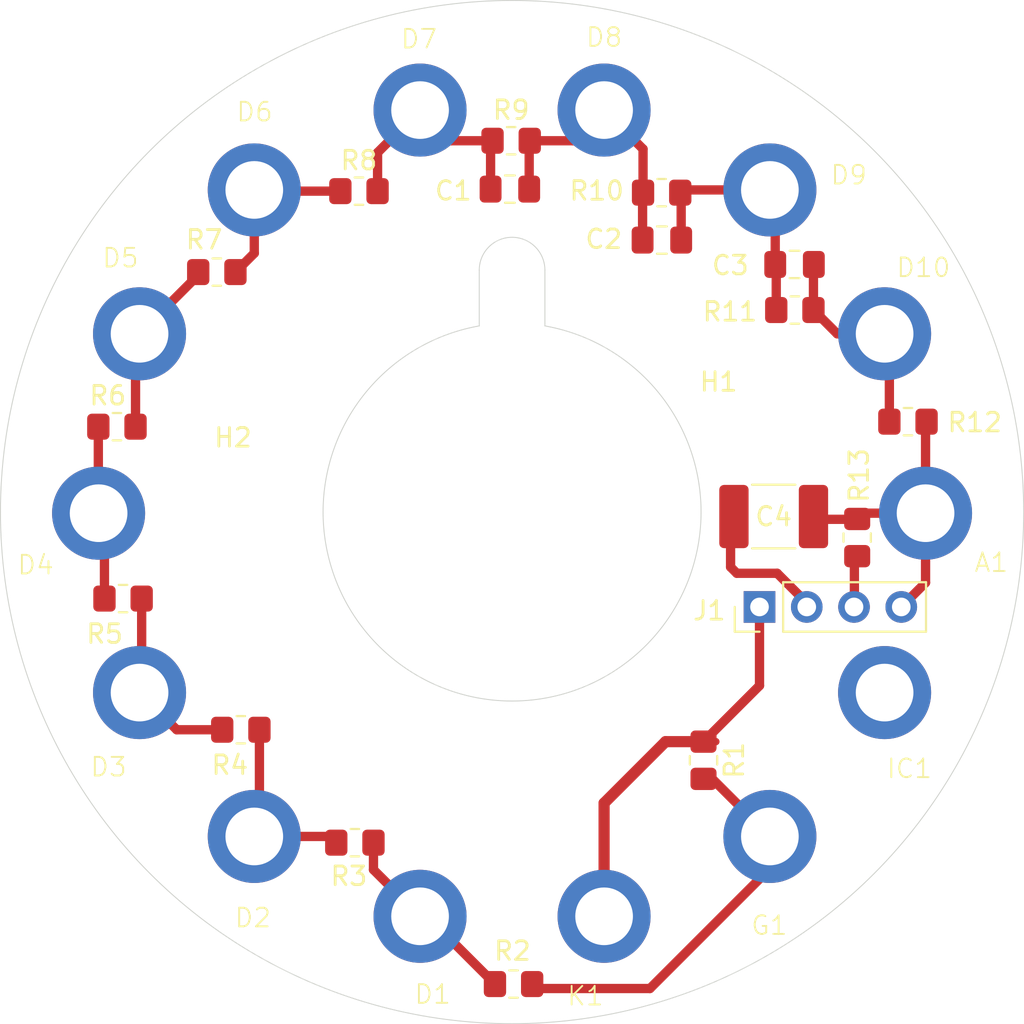
<source format=kicad_pcb>
(kicad_pcb (version 20240108) (generator "pcbnew") (generator_version "8.0")
  (layers (0 "F.Cu" signal) (31 "B.Cu" signal) (34 "B.Paste" user) (35 "F.Paste" user) (36 "B.SilkS" user "B.Silkscreen") (37 "F.SilkS" user "F.Silkscreen") (38 "B.Mask" user) (39 "F.Mask" user) (44 "Edge.Cuts" user))
  (net 0 "")
  (net 1 "Net-(A1-Pin_1)")
  (net 2 "Net-(D7-Pin_1)")
  (net 3 "Net-(D8-Pin_1)")
  (net 4 "Net-(D9-Pin_1)")
  (net 5 "Net-(D10-Pin_1)")
  (net 6 "Net-(J1-SIG)")
  (net 7 "Net-(D1-Pin_1)")
  (net 8 "Net-(D2-Pin_1)")
  (net 9 "Net-(D3-Pin_1)")
  (net 10 "Net-(D4-Pin_1)")
  (net 11 "Net-(D5-Pin_1)")
  (net 12 "Net-(D6-Pin_1)")
  (net 13 "Net-(G1-Pin_1)")
  (net 14 "Net-(J1-GND)")
  (net 15 "Net-(J1-HVL)")
  (footprint "Resistor_SMD:R_0805_2012Metric_Pad1.20x1.40mm_HandSolder" (layer "F.Cu") (at 134.13 87.1)
    (property "Reference" "R7" (at -0.68 -1.74 0) (layer "F.SilkS"))
    (property "Value" "1M" (hide yes))
    (fp_line (start -0.227064 -0.735) (end 0.227064 -0.735) (stroke (width 0.12)) (layer "F.SilkS"))
    (fp_line (start -0.227064 0.735) (end 0.227064 0.735) (stroke (width 0.12)) (layer "F.SilkS"))
    (pad "1" smd roundrect (at -1 0) (size 1.2 1.4) (layers "F.Cu" "F.Paste" "F.Mask") (roundrect_rratio 0.208333) (net 11 "Net-(D5-Pin_1)"))
    (pad "2" smd roundrect (at 1 0) (size 1.2 1.4) (layers "F.Cu" "F.Paste" "F.Mask") (roundrect_rratio 0.208333) (net 12 "Net-(D6-Pin_1)"))
  )
  (footprint "PMT pin:PMT pin" (layer "F.Cu") (at 154.946 78.332)
    (property "Reference" "D8" (at 0.004 -3.852 0) (layer "F.SilkS") (effects (font (thickness 0.1))))
    (property "Value" "D8" (hide yes))
    (pad "1" thru_hole circle (at 0 0.06) (size 5 5) (drill 3.0988) (layers "*.Cu" "*.Mask") (net 3 "Net-(D8-Pin_1)"))
  )
  (footprint "Capacitor_SMD:C_0805_2012Metric_Pad1.18x1.45mm_HandSolder" (layer "F.Cu") (at 165.1825 86.69)
    (property "Reference" "C3" (at -3.4525 0.05 0) (layer "F.SilkS"))
    (property "Value" "10nf" (hide yes))
    (fp_line (start -0.261252 -0.735) (end 0.261252 -0.735) (stroke (width 0.12)) (layer "F.SilkS"))
    (fp_line (start -0.261252 0.735) (end 0.261252 0.735) (stroke (width 0.12)) (layer "F.SilkS"))
    (pad "1" smd roundrect (at -1.0375 0) (size 1.175 1.45) (layers "F.Cu" "F.Paste" "F.Mask") (roundrect_rratio 0.212766) (net 4 "Net-(D9-Pin_1)"))
    (pad "2" smd roundrect (at 1.0375 0) (size 1.175 1.45) (layers "F.Cu" "F.Paste" "F.Mask") (roundrect_rratio 0.212766) (net 5 "Net-(D10-Pin_1)"))
  )
  (footprint "Connector_PinHeader_2.54mm:PinHeader_1x04_P2.54mm_Vertical" (layer "F.Cu") (at 163.3 105.1 90)
    (property "Reference" "J1" (at -0.2 -2.7 180) (layer "F.SilkS"))
    (property "Value" "Conn_01x04_Pin" (hide yes))
    (fp_line (start -1.33 -1.33) (end 0 -1.33) (stroke (width 0.12)) (layer "F.SilkS"))
    (fp_line (start -1.33 0) (end -1.33 -1.33) (stroke (width 0.12)) (layer "F.SilkS"))
    (fp_line (start 1.33 1.27) (end 1.33 8.95) (stroke (width 0.12)) (layer "F.SilkS"))
    (fp_line (start -1.33 1.27) (end 1.33 1.27) (stroke (width 0.12)) (layer "F.SilkS"))
    (fp_line (start -1.33 1.27) (end -1.33 8.95) (stroke (width 0.12)) (layer "F.SilkS"))
    (fp_line (start -1.33 8.95) (end 1.33 8.95) (stroke (width 0.12)) (layer "F.SilkS"))
    (pad "1" thru_hole rect (at 0 0 90) (size 1.7 1.7) (drill 1) (layers "*.Cu" "*.Mask") (net 14 "Net-(J1-GND)"))
    (pad "2" thru_hole oval (at 0 2.54 90) (size 1.7 1.7) (drill 1) (layers "*.Cu" "*.Mask") (net 6 "Net-(J1-SIG)"))
    (pad "3" thru_hole oval (at 0 5.08 90) (size 1.7 1.7) (drill 1) (layers "*.Cu" "*.Mask") (net 15 "Net-(J1-HVL)"))
    (pad "4" thru_hole oval (at 0 7.62 90) (size 1.7 1.7) (drill 1) (layers "*.Cu" "*.Mask") (net 1 "Net-(A1-Pin_1)"))
  )
  (footprint "Resistor_SMD:R_0805_2012Metric_Pad1.20x1.40mm_HandSolder" (layer "F.Cu") (at 160.29 113.34 -90)
    (property "Reference" "R1" (at 0 -1.65 90) (layer "F.SilkS"))
    (property "Value" "1.8M" (hide yes))
    (fp_line (start -0.227064 0.735) (end 0.227064 0.735) (stroke (width 0.12)) (layer "F.SilkS"))
    (fp_line (start -0.227064 -0.735) (end 0.227064 -0.735) (stroke (width 0.12)) (layer "F.SilkS"))
    (pad "1" smd roundrect (at -1 0 270) (size 1.2 1.4) (layers "F.Cu" "F.Paste" "F.Mask") (roundrect_rratio 0.208333) (net 14 "Net-(J1-GND)"))
    (pad "2" smd roundrect (at 1 0 270) (size 1.2 1.4) (layers "F.Cu" "F.Paste" "F.Mask") (roundrect_rratio 0.208333) (net 13 "Net-(G1-Pin_1)"))
  )
  (footprint "Resistor_SMD:R_0805_2012Metric_Pad1.20x1.40mm_HandSolder" (layer "F.Cu") (at 128.76 95.41)
    (property "Reference" "R6" (at -0.49 -1.67 0) (layer "F.SilkS"))
    (property "Value" "1M" (hide yes))
    (fp_line (start -0.227064 -0.735) (end 0.227064 -0.735) (stroke (width 0.12)) (layer "F.SilkS"))
    (fp_line (start -0.227064 0.735) (end 0.227064 0.735) (stroke (width 0.12)) (layer "F.SilkS"))
    (pad "1" smd roundrect (at -1 0) (size 1.2 1.4) (layers "F.Cu" "F.Paste" "F.Mask") (roundrect_rratio 0.208333) (net 10 "Net-(D4-Pin_1)"))
    (pad "2" smd roundrect (at 1 0) (size 1.2 1.4) (layers "F.Cu" "F.Paste" "F.Mask") (roundrect_rratio 0.208333) (net 11 "Net-(D5-Pin_1)"))
  )
  (footprint "Resistor_SMD:R_0805_2012Metric_Pad1.20x1.40mm_HandSolder" (layer "F.Cu") (at 129.09 104.65 180)
    (property "Reference" "R5" (at 0.99 -1.9 0) (layer "F.SilkS"))
    (property "Value" "1M" (hide yes))
    (fp_line (start -0.227064 0.735) (end 0.227064 0.735) (stroke (width 0.12)) (layer "F.SilkS"))
    (fp_line (start -0.227064 -0.735) (end 0.227064 -0.735) (stroke (width 0.12)) (layer "F.SilkS"))
    (pad "1" smd roundrect (at -1 0 180) (size 1.2 1.4) (layers "F.Cu" "F.Paste" "F.Mask") (roundrect_rratio 0.208333) (net 9 "Net-(D3-Pin_1)"))
    (pad "2" smd roundrect (at 1 0 180) (size 1.2 1.4) (layers "F.Cu" "F.Paste" "F.Mask") (roundrect_rratio 0.208333) (net 10 "Net-(D4-Pin_1)"))
  )
  (footprint "PMT pin:PMT pin" (layer "F.Cu") (at 170.024 109.643)
    (property "Reference" "IC1" (at 1.336 4.147 0) (layer "F.SilkS") (effects (font (thickness 0.1))))
    (property "Value" "MountingHole" (hide yes))
    (pad "1" thru_hole circle (at 0 0.06) (size 5 5) (drill 3.0988) (layers "*.Cu" "*.Mask"))
  )
  (footprint "Capacitor_SMD:C_0805_2012Metric_Pad1.18x1.45mm_HandSolder" (layer "F.Cu") (at 158.0525 85.38)
    (property "Reference" "C2" (at -3.1225 -0.05 0) (layer "F.SilkS"))
    (property "Value" "10nf" (hide yes))
    (fp_line (start -0.261252 -0.735) (end 0.261252 -0.735) (stroke (width 0.12)) (layer "F.SilkS"))
    (fp_line (start -0.261252 0.735) (end 0.261252 0.735) (stroke (width 0.12)) (layer "F.SilkS"))
    (pad "1" smd roundrect (at -1.0375 0) (size 1.175 1.45) (layers "F.Cu" "F.Paste" "F.Mask") (roundrect_rratio 0.212766) (net 3 "Net-(D8-Pin_1)"))
    (pad "2" smd roundrect (at 1.0375 0) (size 1.175 1.45) (layers "F.Cu" "F.Paste" "F.Mask") (roundrect_rratio 0.212766) (net 4 "Net-(D9-Pin_1)"))
  )
  (footprint "PMT pin:PMT pin" (layer "F.Cu") (at 163.857 82.624)
    (property "Reference" "D9" (at 4.243 -0.744 0) (layer "F.SilkS") (effects (font (thickness 0.1))))
    (property "Value" "D9" (hide yes))
    (pad "1" thru_hole circle (at 0 0.06) (size 5 5) (drill 3.0988) (layers "*.Cu" "*.Mask") (net 4 "Net-(D9-Pin_1)"))
  )
  (footprint "PMT pin:PMT pin" (layer "F.Cu") (at 129.976 90.357)
    (property "Reference" "D5" (at -1.026 -4.017 0) (layer "F.SilkS") (effects (font (thickness 0.1))))
    (property "Value" "D5" (hide yes))
    (pad "1" thru_hole circle (at 0 0.06) (size 5 5) (drill 3.0988) (layers "*.Cu" "*.Mask") (net 11 "Net-(D5-Pin_1)"))
  )
  (footprint "PMT pin:PMT pin" (layer "F.Cu") (at 136.143 117.376)
    (property "Reference" "D2" (at -0.073 4.434 0) (layer "F.SilkS") (effects (font (thickness 0.1))))
    (property "Value" "D2" (hide yes))
    (pad "1" thru_hole circle (at 0 0.06) (size 5 5) (drill 3.0988) (layers "*.Cu" "*.Mask") (net 8 "Net-(D2-Pin_1)"))
  )
  (footprint "Resistor_SMD:R_0805_2012Metric_Pad1.20x1.40mm_HandSolder" (layer "F.Cu") (at 171.28 95.14)
    (property "Reference" "R12" (at 3.59 0.04 0) (layer "F.SilkS"))
    (property "Value" "1M" (hide yes))
    (fp_line (start -0.227064 -0.735) (end 0.227064 -0.735) (stroke (width 0.12)) (layer "F.SilkS"))
    (fp_line (start -0.227064 0.735) (end 0.227064 0.735) (stroke (width 0.12)) (layer "F.SilkS"))
    (pad "1" smd roundrect (at -1 0) (size 1.2 1.4) (layers "F.Cu" "F.Paste" "F.Mask") (roundrect_rratio 0.208333) (net 5 "Net-(D10-Pin_1)"))
    (pad "2" smd roundrect (at 1 0) (size 1.2 1.4) (layers "F.Cu" "F.Paste" "F.Mask") (roundrect_rratio 0.208333) (net 1 "Net-(A1-Pin_1)"))
  )
  (footprint "Resistor_SMD:R_0805_2012Metric_Pad1.20x1.40mm_HandSolder" (layer "F.Cu") (at 150.08 125.37 180)
    (property "Reference" "R2" (at 0.06 1.78 0) (layer "F.SilkS"))
    (property "Value" "0.2M" (hide yes))
    (fp_line (start -0.227064 0.735) (end 0.227064 0.735) (stroke (width 0.12)) (layer "F.SilkS"))
    (fp_line (start -0.227064 -0.735) (end 0.227064 -0.735) (stroke (width 0.12)) (layer "F.SilkS"))
    (pad "1" smd roundrect (at -1 0 180) (size 1.2 1.4) (layers "F.Cu" "F.Paste" "F.Mask") (roundrect_rratio 0.208333) (net 13 "Net-(G1-Pin_1)"))
    (pad "2" smd roundrect (at 1 0 180) (size 1.2 1.4) (layers "F.Cu" "F.Paste" "F.Mask") (roundrect_rratio 0.208333) (net 7 "Net-(D1-Pin_1)"))
  )
  (footprint "PMT pin:PMT pin" (layer "F.Cu") (at 127.775 100)
    (property "Reference" "D4" (at -3.385 2.84 0) (layer "F.SilkS") (effects (font (thickness 0.1))))
    (property "Value" "D4" (hide yes))
    (pad "1" thru_hole circle (at 0 0.06) (size 5 5) (drill 3.0988) (layers "*.Cu" "*.Mask") (net 10 "Net-(D4-Pin_1)"))
  )
  (footprint "PMT pin:PMT pin" (layer "F.Cu") (at 145.054 78.332)
    (property "Reference" "D7" (at -0.054 -3.762 0) (layer "F.SilkS") (effects (font (thickness 0.1))))
    (property "Value" "D7" (hide yes))
    (pad "1" thru_hole circle (at 0 0.06) (size 5 5) (drill 3.0988) (layers "*.Cu" "*.Mask") (net 2 "Net-(D7-Pin_1)"))
  )
  (footprint "PMT pin:PMT pin" (layer "F.Cu") (at 172.225 100)
    (property "Reference" "A1" (at 3.535 2.71 0) (layer "F.SilkS") (effects (font (thickness 0.1))))
    (property "Value" "A11" (hide yes))
    (pad "1" thru_hole circle (at 0 0.06) (size 5 5) (drill 3.0988) (layers "*.Cu" "*.Mask") (net 1 "Net-(A1-Pin_1)"))
  )
  (footprint "MountingHole:MountingHole_3mm" (layer "F.Cu") (at 165 95)
    (property "Reference" "H1" (at -3.9 -2 0) (layer "F.SilkS"))
    (property "Value" "MountingHole" (hide yes))
    (pad "" np_thru_hole circle (at 0 0) (size 3 3) (drill 3) (layers "*.Cu" "*.Mask"))
  )
  (footprint "Capacitor_SMD:C_1812_4532Metric_Pad1.57x3.40mm_HandSolder" (layer "F.Cu") (at 164.0625 100.24)
    (property "Reference" "C4" (at 0 0 0) (layer "F.SilkS"))
    (property "Value" "1000 pF" (hide yes))
    (fp_line (start -1.161252 -1.71) (end 1.161252 -1.71) (stroke (width 0.12)) (layer "F.SilkS"))
    (fp_line (start -1.161252 1.71) (end 1.161252 1.71) (stroke (width 0.12)) (layer "F.SilkS"))
    (pad "1" smd roundrect (at -2.1375 0) (size 1.575 3.4) (layers "F.Cu" "F.Paste" "F.Mask") (roundrect_rratio 0.15873) (net 6 "Net-(J1-SIG)"))
    (pad "2" smd roundrect (at 2.1375 0) (size 1.575 3.4) (layers "F.Cu" "F.Paste" "F.Mask") (roundrect_rratio 0.15873) (net 1 "Net-(A1-Pin_1)"))
  )
  (footprint "PMT pin:PMT pin" (layer "F.Cu") (at 163.857 117.376)
    (property "Reference" "G1" (at -0.03 4.84 0) (layer "F.SilkS") (effects (font (thickness 0.1))))
    (property "Value" "G13" (hide yes))
    (pad "1" thru_hole circle (at 0 0.06) (size 5 5) (drill 3.0988) (layers "*.Cu" "*.Mask") (net 13 "Net-(G1-Pin_1)"))
  )
  (footprint "Resistor_SMD:R_0805_2012Metric_Pad1.20x1.40mm_HandSolder" (layer "F.Cu") (at 168.55 101.37 -90)
    (property "Reference" "R13" (at -3.34 -0.1 -90) (layer "F.SilkS"))
    (property "Value" "1M" (hide yes))
    (fp_line (start -0.227064 0.735) (end 0.227064 0.735) (stroke (width 0.12)) (layer "F.SilkS"))
    (fp_line (start -0.227064 -0.735) (end 0.227064 -0.735) (stroke (width 0.12)) (layer "F.SilkS"))
    (pad "1" smd roundrect (at -1 0 270) (size 1.2 1.4) (layers "F.Cu" "F.Paste" "F.Mask") (roundrect_rratio 0.208333) (net 1 "Net-(A1-Pin_1)"))
    (pad "2" smd roundrect (at 1 0 270) (size 1.2 1.4) (layers "F.Cu" "F.Paste" "F.Mask") (roundrect_rratio 0.208333) (net 15 "Net-(J1-HVL)"))
  )
  (footprint "Resistor_SMD:R_0805_2012Metric_Pad1.20x1.40mm_HandSolder" (layer "F.Cu") (at 135.42 111.7 180)
    (property "Reference" "R4" (at 0.59 -1.9 0) (layer "F.SilkS"))
    (property "Value" "1M" (hide yes))
    (fp_line (start -0.227064 0.735) (end 0.227064 0.735) (stroke (width 0.12)) (layer "F.SilkS"))
    (fp_line (start -0.227064 -0.735) (end 0.227064 -0.735) (stroke (width 0.12)) (layer "F.SilkS"))
    (pad "1" smd roundrect (at -1 0 180) (size 1.2 1.4) (layers "F.Cu" "F.Paste" "F.Mask") (roundrect_rratio 0.208333) (net 8 "Net-(D2-Pin_1)"))
    (pad "2" smd roundrect (at 1 0 180) (size 1.2 1.4) (layers "F.Cu" "F.Paste" "F.Mask") (roundrect_rratio 0.208333) (net 9 "Net-(D3-Pin_1)"))
  )
  (footprint "PMT pin:PMT pin" (layer "F.Cu") (at 145.054 121.668)
    (property "Reference" "D1" (at 0.676 4.252 0) (layer "F.SilkS") (effects (font (thickness 0.1))))
    (property "Value" "D1" (hide yes))
    (pad "1" thru_hole circle (at 0 0.06) (size 5 5) (drill 3.0988) (layers "*.Cu" "*.Mask") (net 7 "Net-(D1-Pin_1)"))
  )
  (footprint "PMT pin:PMT pin" (layer "F.Cu") (at 154.946 121.668)
    (property "Reference" "K1" (at -1.006 4.342 0) (layer "F.SilkS") (effects (font (thickness 0.1))))
    (property "Value" "K14" (hide yes))
    (pad "1" thru_hole circle (at 0 0.06) (size 5 5) (drill 3.0988) (layers "*.Cu" "*.Mask") (net 14 "Net-(J1-GND)"))
  )
  (footprint "Resistor_SMD:R_0805_2012Metric_Pad1.20x1.40mm_HandSolder" (layer "F.Cu") (at 165.2 89.14)
    (property "Reference" "R11" (at -3.49 0.09 0) (layer "F.SilkS"))
    (property "Value" "1M" (hide yes))
    (fp_line (start -0.227064 -0.735) (end 0.227064 -0.735) (stroke (width 0.12)) (layer "F.SilkS"))
    (fp_line (start -0.227064 0.735) (end 0.227064 0.735) (stroke (width 0.12)) (layer "F.SilkS"))
    (pad "1" smd roundrect (at -1 0) (size 1.2 1.4) (layers "F.Cu" "F.Paste" "F.Mask") (roundrect_rratio 0.208333) (net 4 "Net-(D9-Pin_1)"))
    (pad "2" smd roundrect (at 1 0) (size 1.2 1.4) (layers "F.Cu" "F.Paste" "F.Mask") (roundrect_rratio 0.208333) (net 5 "Net-(D10-Pin_1)"))
  )
  (footprint "PMT pin:PMT pin" (layer "F.Cu") (at 170.024 90.357)
    (property "Reference" "D10" (at 2.086 -3.497 0) (layer "F.SilkS") (effects (font (thickness 0.1))))
    (property "Value" "D10" (hide yes))
    (pad "1" thru_hole circle (at 0 0.06) (size 5 5) (drill 3.0988) (layers "*.Cu" "*.Mask") (net 5 "Net-(D10-Pin_1)"))
  )
  (footprint "Resistor_SMD:R_0805_2012Metric_Pad1.20x1.40mm_HandSolder" (layer "F.Cu") (at 141.55 117.77 180)
    (property "Reference" "R3" (at 0.32 -1.8 0) (layer "F.SilkS"))
    (property "Value" "1M" (hide yes))
    (fp_line (start -0.227064 0.735) (end 0.227064 0.735) (stroke (width 0.12)) (layer "F.SilkS"))
    (fp_line (start -0.227064 -0.735) (end 0.227064 -0.735) (stroke (width 0.12)) (layer "F.SilkS"))
    (pad "1" smd roundrect (at -1 0 180) (size 1.2 1.4) (layers "F.Cu" "F.Paste" "F.Mask") (roundrect_rratio 0.208333) (net 7 "Net-(D1-Pin_1)"))
    (pad "2" smd roundrect (at 1 0 180) (size 1.2 1.4) (layers "F.Cu" "F.Paste" "F.Mask") (roundrect_rratio 0.208333) (net 8 "Net-(D2-Pin_1)"))
  )
  (footprint "PMT pin:center hole" (layer "F.Cu") (at 150 100)
    (property "Reference" "H3" (hide yes))
    (property "Value" "MountingHole" (hide yes))
    (fp_line (start -1.764 -13.006) (end -1.764 -10.006) (stroke (width 0.05)) (layer "Edge.Cuts"))
    (fp_line (start 1.764 -13.006) (end 1.764 -10.006) (stroke (width 0.05)) (layer "Edge.Cuts"))
    (fp_arc (start -1.764 -13.006) (mid 0 -14.77) (end 1.764 -13.006) (stroke (width 0.05)) (layer "Edge.Cuts"))
    (fp_arc (start 1.764 -10.006) (mid 0 10.156614) (end -1.764 -10.006) (stroke (width 0.05)) (layer "Edge.Cuts"))
  )
  (footprint "PMT pin:PMT pin" (layer "F.Cu") (at 136.143 82.624)
    (property "Reference" "D6" (at 0.017 -4.134 0) (layer "F.SilkS") (effects (font (thickness 0.1))))
    (property "Value" "D6" (hide yes))
    (pad "1" thru_hole circle (at 0 0.06) (size 5 5) (drill 3.0988) (layers "*.Cu" "*.Mask") (net 12 "Net-(D6-Pin_1)"))
  )
  (footprint "Resistor_SMD:R_0805_2012Metric_Pad1.20x1.40mm_HandSolder" (layer "F.Cu") (at 141.77 82.75)
    (property "Reference" "R8" (at 0 -1.65 0) (layer "F.SilkS"))
    (property "Value" "1M" (hide yes))
    (fp_line (start -0.227064 -0.735) (end 0.227064 -0.735) (stroke (width 0.12)) (layer "F.SilkS"))
    (fp_line (start -0.227064 0.735) (end 0.227064 0.735) (stroke (width 0.12)) (layer "F.SilkS"))
    (pad "1" smd roundrect (at -1 0) (size 1.2 1.4) (layers "F.Cu" "F.Paste" "F.Mask") (roundrect_rratio 0.208333) (net 12 "Net-(D6-Pin_1)"))
    (pad "2" smd roundrect (at 1 0) (size 1.2 1.4) (layers "F.Cu" "F.Paste" "F.Mask") (roundrect_rratio 0.208333) (net 2 "Net-(D7-Pin_1)"))
  )
  (footprint "Resistor_SMD:R_0805_2012Metric_Pad1.20x1.40mm_HandSolder" (layer "F.Cu") (at 158.04 82.83)
    (property "Reference" "R10" (at -3.49 -0.1 0) (layer "F.SilkS"))
    (property "Value" "1M" (hide yes))
    (fp_line (start -0.227064 -0.735) (end 0.227064 -0.735) (stroke (width 0.12)) (layer "F.SilkS"))
    (fp_line (start -0.227064 0.735) (end 0.227064 0.735) (stroke (width 0.12)) (layer "F.SilkS"))
    (pad "1" smd roundrect (at -1 0) (size 1.2 1.4) (layers "F.Cu" "F.Paste" "F.Mask") (roundrect_rratio 0.208333) (net 3 "Net-(D8-Pin_1)"))
    (pad "2" smd roundrect (at 1 0) (size 1.2 1.4) (layers "F.Cu" "F.Paste" "F.Mask") (roundrect_rratio 0.208333) (net 4 "Net-(D9-Pin_1)"))
  )
  (footprint "Resistor_SMD:R_0805_2012Metric_Pad1.20x1.40mm_HandSolder" (layer "F.Cu") (at 149.95 80.04)
    (property "Reference" "R9" (at 0 -1.65 0) (layer "F.SilkS"))
    (property "Value" "1M")
    (fp_line (start -0.227064 -0.735) (end 0.227064 -0.735) (stroke (width 0.12)) (layer "F.SilkS"))
    (fp_line (start -0.227064 0.735) (end 0.227064 0.735) (stroke (width 0.12)) (layer "F.SilkS"))
    (pad "1" smd roundrect (at -1 0) (size 1.2 1.4) (layers "F.Cu" "F.Paste" "F.Mask") (roundrect_rratio 0.208333) (net 2 "Net-(D7-Pin_1)"))
    (pad "2" smd roundrect (at 1 0) (size 1.2 1.4) (layers "F.Cu" "F.Paste" "F.Mask") (roundrect_rratio 0.208333) (net 3 "Net-(D8-Pin_1)"))
  )
  (footprint "Capacitor_SMD:C_0805_2012Metric_Pad1.18x1.45mm_HandSolder" (layer "F.Cu") (at 149.8825 82.64)
    (property "Reference" "C1" (at -3.0425 0.09 0) (layer "F.SilkS"))
    (property "Value" "10nf" (hide yes))
    (fp_line (start -0.261252 -0.735) (end 0.261252 -0.735) (stroke (width 0.12)) (layer "F.SilkS"))
    (fp_line (start -0.261252 0.735) (end 0.261252 0.735) (stroke (width 0.12)) (layer "F.SilkS"))
    (pad "1" smd roundrect (at -1.0375 0) (size 1.175 1.45) (layers "F.Cu" "F.Paste" "F.Mask") (roundrect_rratio 0.212766) (net 2 "Net-(D7-Pin_1)"))
    (pad "2" smd roundrect (at 1.0375 0) (size 1.175 1.45) (layers "F.Cu" "F.Paste" "F.Mask") (roundrect_rratio 0.212766) (net 3 "Net-(D8-Pin_1)"))
  )
  (footprint "MountingHole:MountingHole_3mm" (layer "F.Cu") (at 135 100)
    (property "Reference" "H2" (at 0 -4 0) (layer "F.SilkS"))
    (property "Value" "MountingHole" (hide yes))
    (pad "" np_thru_hole circle (at 0 0) (size 3 3) (drill 3) (layers "*.Cu" "*.Mask"))
  )
  (footprint "PMT pin:PMT pin" (layer "F.Cu") (at 129.976 109.643)
    (property "Reference" "D3" (at -1.666 4.057 0) (layer "F.SilkS") (effects (font (thickness 0.1))))
    (property "Value" "D3" (hide yes))
    (pad "1" thru_hole circle (at 0 0.06) (size 5 5) (drill 3.0988) (layers "*.Cu" "*.Mask") (net 9 "Net-(D3-Pin_1)"))
  )
  (gr_circle (center 150 100) (end 177.5 100) (stroke (width 0.05)) (fill none) (layer "Edge.Cuts"))
  (segment (start 172.225 103.795) (end 170.92 105.1) (width 0.5) (layer "F.Cu") (net 1))
  (segment (start 172.225 100.06) (end 168.73 100.06) (width 0.5) (layer "F.Cu") (net 1))
  (segment (start 168.73 100.06) (end 168.4 100.39) (width 0.5) (layer "F.Cu") (net 1))
  (segment (start 170.675 101.61) (end 172.225 100.06) (width 0.5) (layer "F.Cu") (net 1))
  (segment (start 172.225 100.06) (end 172.225 103.795) (width 0.5) (layer "F.Cu") (net 1))
  (segment (start 166.39 100.39) (end 166.02 100.76) (width 0.5) (layer "F.Cu") (net 1))
  (segment (start 172.225 100.06) (end 172.225 95.195) (width 0.5) (layer "F.Cu") (net 1))
  (segment (start 168.4 100.39) (end 166.39 100.39) (width 0.5) (layer "F.Cu") (net 1))
  (segment (start 172.225 95.195) (end 172.28 95.14) (width 0.5) (layer "F.Cu") (net 1))
  (segment (start 142.77 80.676) (end 145.054 78.392) (width 0.5) (layer "F.Cu") (net 2))
  (segment (start 148.845 82.64) (end 148.845 80.145) (width 0.5) (layer "F.Cu") (net 2))
  (segment (start 142.77 82.75) (end 142.77 80.676) (width 0.5) (layer "F.Cu") (net 2))
  (segment (start 146.702 80.04) (end 145.054 78.392) (width 0.5) (layer "F.Cu") (net 2))
  (segment (start 148.845 80.145) (end 148.95 80.04) (width 0.5) (layer "F.Cu") (net 2))
  (segment (start 148.95 80.04) (end 146.702 80.04) (width 0.5) (layer "F.Cu") (net 2))
  (segment (start 157.015 82.855) (end 157.04 82.83) (width 0.5) (layer "F.Cu") (net 3))
  (segment (start 150.92 80.07) (end 150.95 80.04) (width 0.5) (layer "F.Cu") (net 3))
  (segment (start 157.015 85.38) (end 157.015 82.855) (width 0.5) (layer "F.Cu") (net 3))
  (segment (start 150.95 80.04) (end 153.298 80.04) (width 0.5) (layer "F.Cu") (net 3))
  (segment (start 157.04 82.83) (end 157.04 80.486) (width 0.5) (layer "F.Cu") (net 3))
  (segment (start 150.92 82.64) (end 150.92 80.07) (width 0.5) (layer "F.Cu") (net 3))
  (segment (start 153.298 80.04) (end 154.946 78.392) (width 0.5) (layer "F.Cu") (net 3))
  (segment (start 157.04 80.486) (end 154.946 78.392) (width 0.5) (layer "F.Cu") (net 3))
  (segment (start 163.857 82.684) (end 159.186 82.684) (width 0.5) (layer "F.Cu") (net 4))
  (segment (start 164.2 89.14) (end 164.2 86.745) (width 0.5) (layer "F.Cu") (net 4))
  (segment (start 164.145 86.69) (end 164.145 82.972) (width 0.5) (layer "F.Cu") (net 4))
  (segment (start 159.186 82.684) (end 159.04 82.83) (width 0.5) (layer "F.Cu") (net 4))
  (segment (start 159.09 85.38) (end 159.09 82.88) (width 0.5) (layer "F.Cu") (net 4))
  (segment (start 164.145 82.972) (end 163.857 82.684) (width 0.5) (layer "F.Cu") (net 4))
  (segment (start 159.09 82.88) (end 159.04 82.83) (width 0.5) (layer "F.Cu") (net 4))
  (segment (start 164.2 86.745) (end 164.145 86.69) (width 0.5) (layer "F.Cu") (net 4))
  (segment (start 170.024 90.417) (end 167.477 90.417) (width 0.5) (layer "F.Cu") (net 5))
  (segment (start 166.2 89.14) (end 166.2 86.71) (width 0.5) (layer "F.Cu") (net 5))
  (segment (start 167.477 90.417) (end 166.2 89.14) (width 0.5) (layer "F.Cu") (net 5))
  (segment (start 166.2 86.71) (end 166.22 86.69) (width 0.5) (layer "F.Cu") (net 5))
  (segment (start 169.75 90.691) (end 170.024 90.417) (width 0.5) (layer "F.Cu") (net 5))
  (segment (start 170.28 95.14) (end 170.28 90.673) (width 0.5) (layer "F.Cu") (net 5))
  (segment (start 170.28 90.673) (end 170.024 90.417) (width 0.5) (layer "F.Cu") (net 5))
  (segment (start 161.745 100.76) (end 161.745 102.955) (width 0.5) (layer "F.Cu") (net 6))
  (segment (start 164.25 103.29) (end 165.84 104.88) (width 0.5) (layer "F.Cu") (net 6))
  (segment (start 165.84 104.88) (end 165.84 105.1) (width 0.5) (layer "F.Cu") (net 6))
  (segment (start 162.08 103.29) (end 164.25 103.29) (width 0.5) (layer "F.Cu") (net 6))
  (segment (start 161.745 102.955) (end 162.08 103.29) (width 0.5) (layer "F.Cu") (net 6))
  (segment (start 142.55 119.224) (end 145.054 121.728) (width 0.5) (layer "F.Cu") (net 7))
  (segment (start 142.55 117.77) (end 142.55 119.224) (width 0.5) (layer "F.Cu") (net 7))
  (segment (start 145.054 121.728) (end 145.438 121.728) (width 0.5) (layer "F.Cu") (net 7))
  (segment (start 145.438 121.728) (end 149.08 125.37) (width 0.5) (layer "F.Cu") (net 7))
  (segment (start 136.42 111.7) (end 136.42 117.159) (width 0.5) (layer "F.Cu") (net 8))
  (segment (start 140.216 117.436) (end 140.55 117.77) (width 0.5) (layer "F.Cu") (net 8))
  (segment (start 136.42 117.159) (end 136.143 117.436) (width 0.5) (layer "F.Cu") (net 8))
  (segment (start 136.143 117.436) (end 140.216 117.436) (width 0.5) (layer "F.Cu") (net 8))
  (segment (start 130.09 104.65) (end 130.09 109.589) (width 0.5) (layer "F.Cu") (net 9))
  (segment (start 129.976 109.703) (end 131.973 111.7) (width 0.5) (layer "F.Cu") (net 9))
  (segment (start 131.973 111.7) (end 134.42 111.7) (width 0.5) (layer "F.Cu") (net 9))
  (segment (start 130.09 109.589) (end 129.976 109.703) (width 0.5) (layer "F.Cu") (net 9))
  (segment (start 127.76 100.045) (end 127.775 100.06) (width 0.5) (layer "F.Cu") (net 10))
  (segment (start 128.09 100.375) (end 127.775 100.06) (width 0.5) (layer "F.Cu") (net 10))
  (segment (start 128.09 104.65) (end 128.09 100.375) (width 0.5) (layer "F.Cu") (net 10))
  (segment (start 127.76 95.41) (end 127.76 100.045) (width 0.5) (layer "F.Cu") (net 10))
  (segment (start 129.76 90.633) (end 129.976 90.417) (width 0.5) (layer "F.Cu") (net 11))
  (segment (start 133.13 87.263) (end 129.976 90.417) (width 0.5) (layer "F.Cu") (net 11))
  (segment (start 129.76 95.41) (end 129.76 90.633) (width 0.5) (layer "F.Cu") (net 11))
  (segment (start 133.13 87.1) (end 133.13 87.263) (width 0.5) (layer "F.Cu") (net 11))
  (segment (start 136.143 82.684) (end 136.143 86.087) (width 0.5) (layer "F.Cu") (net 12))
  (segment (start 136.143 86.087) (end 135.13 87.1) (width 0.5) (layer "F.Cu") (net 12))
  (segment (start 140.77 82.75) (end 136.209 82.75) (width 0.5) (layer "F.Cu") (net 12))
  (segment (start 136.209 82.75) (end 136.143 82.684) (width 0.5) (layer "F.Cu") (net 12))
  (segment (start 163.857 117.436) (end 160.761 114.34) (width 0.5) (layer "F.Cu") (net 13))
  (segment (start 163.857 119.163) (end 157.41 125.61) (width 0.5) (layer "F.Cu") (net 13))
  (segment (start 157.41 125.61) (end 151.32 125.61) (width 0.5) (layer "F.Cu") (net 13))
  (segment (start 160.761 114.34) (end 160.29 114.34) (width 0.4) (layer "F.Cu") (net 13))
  (segment (start 163.857 117.436) (end 163.857 119.163) (width 0.5) (layer "F.Cu") (net 13))
  (segment (start 151.32 125.61) (end 151.08 125.37) (width 0.5) (layer "F.Cu") (net 13))
  (segment (start 158.25 112.34) (end 160.29 112.34) (width 0.6) (layer "F.Cu") (net 14))
  (segment (start 163.3 105.1) (end 163.3 109.33) (width 0.5) (layer "F.Cu") (net 14))
  (segment (start 163.3 109.33) (end 160.29 112.34) (width 0.5) (layer "F.Cu") (net 14))
  (segment (start 154.946 121.728) (end 154.946 115.644) (width 0.6) (layer "F.Cu") (net 14))
  (segment (start 160.29 112.34) (end 160.95 112.34) (width 0.4) (layer "F.Cu") (net 14))
  (segment (start 154.946 115.644) (end 158.25 112.34) (width 0.6) (layer "F.Cu") (net 14))
  (segment (start 168.4 102.39) (end 168.4 105.08) (width 0.5) (layer "F.Cu") (net 15))
  (segment (start 168.4 105.08) (end 168.38 105.1) (width 0.5) (layer "F.Cu") (net 15))
)
</source>
